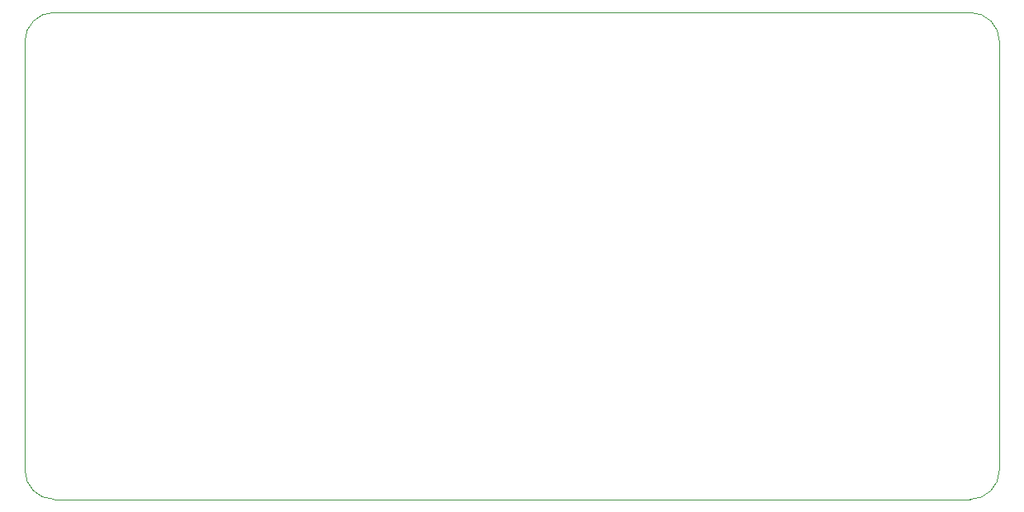
<source format=gbr>
%TF.GenerationSoftware,KiCad,Pcbnew,7.0.8*%
%TF.CreationDate,2024-08-21T13:00:36+09:00*%
%TF.ProjectId,adder,61646465-722e-46b6-9963-61645f706362,rev?*%
%TF.SameCoordinates,Original*%
%TF.FileFunction,Profile,NP*%
%FSLAX46Y46*%
G04 Gerber Fmt 4.6, Leading zero omitted, Abs format (unit mm)*
G04 Created by KiCad (PCBNEW 7.0.8) date 2024-08-21 13:00:36*
%MOMM*%
%LPD*%
G01*
G04 APERTURE LIST*
%TA.AperFunction,Profile*%
%ADD10C,0.100000*%
%TD*%
G04 APERTURE END LIST*
D10*
X176500000Y-35250000D02*
G75*
G03*
X173500000Y-32250000I-3000000J0D01*
G01*
X79500000Y-82250000D02*
X173500000Y-82250000D01*
X76500000Y-79250000D02*
G75*
G03*
X79500000Y-82250000I3000000J0D01*
G01*
X76500000Y-35250000D02*
X76500000Y-79250000D01*
X79500000Y-32250000D02*
G75*
G03*
X76500000Y-35250000I0J-3000000D01*
G01*
X173500000Y-32250000D02*
X79500000Y-32250000D01*
X176500000Y-79250000D02*
X176500000Y-35250000D01*
X173500000Y-82250000D02*
G75*
G03*
X176500000Y-79250000I0J3000000D01*
G01*
M02*

</source>
